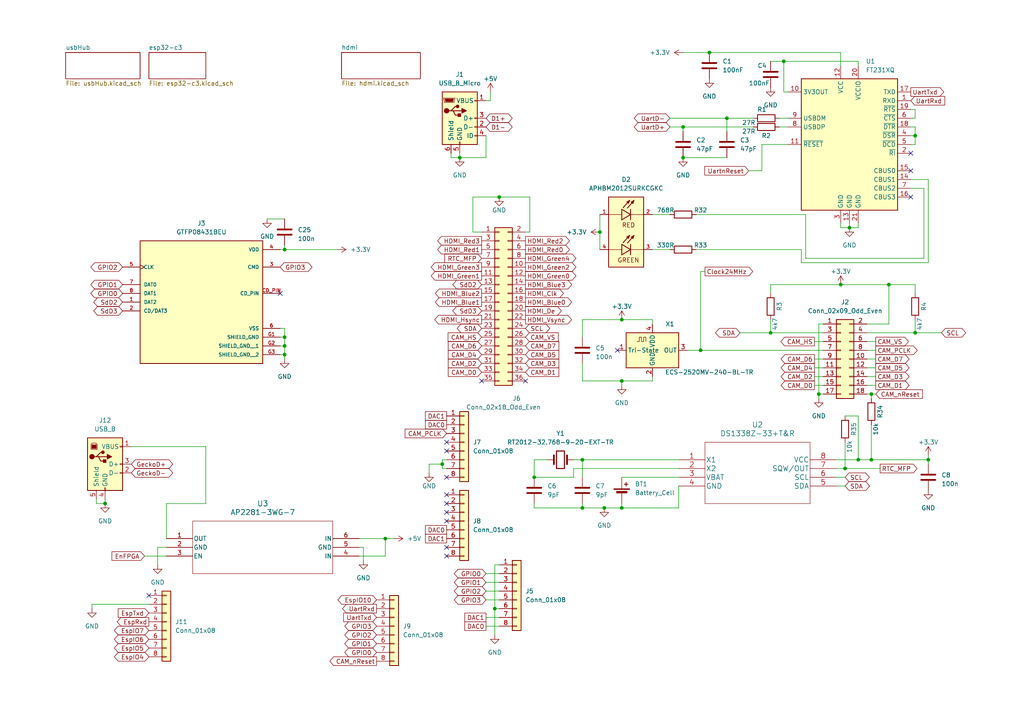
<source format=kicad_sch>
(kicad_sch (version 20230121) (generator eeschema)
  (paper "A4")
  (lib_symbols
    (symbol "Connector:USB_B" (pin_names (offset 1.016))
      (property "Reference" "J" (at -5.08 11.43 0))
      (property "Value" "USB_B" (at -5.08 8.89 0))
      (symbol "USB_B_1_1"
        (pin power_out line (at 7.62 5.08 180) (length 2.54) (name "VBUS") (number "1"))
        (pin bidirectional line (at 7.62 -2.54 180) (length 2.54) (name "D-") (number "2"))
        (pin bidirectional line (at 7.62 0 180) (length 2.54) (name "D+") (number "3"))
        (pin power_out line (at 0 -10.16 90) (length 2.54) (name "GND") (number "4"))
        (pin passive line (at -2.54 -10.16 90) (length 2.54) (name "Shield") (number "5"))
      )
    )
    (symbol "Connector:USB_B_Micro" (pin_names (offset 1.016))
      (property "Reference" "J" (at -5.08 11.43 0))
      (property "Value" "USB_B_Micro" (at -5.08 8.89 0))
      (symbol "USB_B_Micro_1_1"
        (pin power_out line (at 7.62 5.08 180) (length 2.54) (name "VBUS") (number "1"))
        (pin bidirectional line (at 7.62 -2.54 180) (length 2.54) (name "D-") (number "2"))
        (pin bidirectional line (at 7.62 0 180) (length 2.54) (name "D+") (number "3"))
        (pin passive line (at 7.62 -5.08 180) (length 2.54) (name "ID") (number "4"))
        (pin power_out line (at 0 -10.16 90) (length 2.54) (name "GND") (number "5"))
        (pin passive line (at -2.54 -10.16 90) (length 2.54) (name "Shield") (number "6"))
      )
    )
    (symbol "Connector_Generic:Conn_01x08" (pin_names (offset 1.016) hide)
      (property "Reference" "J" (at 0 10.16 0))
      (property "Value" "Conn_01x08" (at 0 -12.7 0))
      (symbol "Conn_01x08_1_1"
        (pin passive line (at -5.08 7.62 0) (length 3.81) (name "Pin_1") (number "1"))
        (pin passive line (at -5.08 5.08 0) (length 3.81) (name "Pin_2") (number "2"))
        (pin passive line (at -5.08 2.54 0) (length 3.81) (name "Pin_3") (number "3"))
        (pin passive line (at -5.08 0 0) (length 3.81) (name "Pin_4") (number "4"))
        (pin passive line (at -5.08 -2.54 0) (length 3.81) (name "Pin_5") (number "5"))
        (pin passive line (at -5.08 -5.08 0) (length 3.81) (name "Pin_6") (number "6"))
        (pin passive line (at -5.08 -7.62 0) (length 3.81) (name "Pin_7") (number "7"))
        (pin passive line (at -5.08 -10.16 0) (length 3.81) (name "Pin_8") (number "8"))
      )
    )
    (symbol "Connector_Generic:Conn_02x09_Odd_Even" (pin_names (offset 1.016) hide)
      (property "Reference" "J" (at 1.27 12.7 0))
      (property "Value" "Conn_02x09_Odd_Even" (at 1.27 -12.7 0))
      (symbol "Conn_02x09_Odd_Even_1_1"
        (pin passive line (at -5.08 10.16 0) (length 3.81) (name "Pin_1") (number "1"))
        (pin passive line (at 7.62 0 180) (length 3.81) (name "Pin_10") (number "10"))
        (pin passive line (at -5.08 -2.54 0) (length 3.81) (name "Pin_11") (number "11"))
        (pin passive line (at 7.62 -2.54 180) (length 3.81) (name "Pin_12") (number "12"))
        (pin passive line (at -5.08 -5.08 0) (length 3.81) (name "Pin_13") (number "13"))
        (pin passive line (at 7.62 -5.08 180) (length 3.81) (name "Pin_14") (number "14"))
        (pin passive line (at -5.08 -7.62 0) (length 3.81) (name "Pin_15") (number "15"))
        (pin passive line (at 7.62 -7.62 180) (length 3.81) (name "Pin_16") (number "16"))
        (pin passive line (at -5.08 -10.16 0) (length 3.81) (name "Pin_17") (number "17"))
        (pin passive line (at 7.62 -10.16 180) (length 3.81) (name "Pin_18") (number "18"))
        (pin passive line (at 7.62 10.16 180) (length 3.81) (name "Pin_2") (number "2"))
        (pin passive line (at -5.08 7.62 0) (length 3.81) (name "Pin_3") (number "3"))
        (pin passive line (at 7.62 7.62 180) (length 3.81) (name "Pin_4") (number "4"))
        (pin passive line (at -5.08 5.08 0) (length 3.81) (name "Pin_5") (number "5"))
        (pin passive line (at 7.62 5.08 180) (length 3.81) (name "Pin_6") (number "6"))
        (pin passive line (at -5.08 2.54 0) (length 3.81) (name "Pin_7") (number "7"))
        (pin passive line (at 7.62 2.54 180) (length 3.81) (name "Pin_8") (number "8"))
        (pin passive line (at -5.08 0 0) (length 3.81) (name "Pin_9") (number "9"))
      )
    )
    (symbol "Connector_Generic:Conn_02x18_Odd_Even" (pin_names (offset 1.016) hide)
      (property "Reference" "J" (at 1.27 22.86 0))
      (property "Value" "Conn_02x18_Odd_Even" (at 1.27 -25.4 0))
      (symbol "Conn_02x18_Odd_Even_1_1"
        (pin passive line (at -5.08 20.32 0) (length 3.81) (name "Pin_1") (number "1"))
        (pin passive line (at 7.62 10.16 180) (length 3.81) (name "Pin_10") (number "10"))
        (pin passive line (at -5.08 7.62 0) (length 3.81) (name "Pin_11") (number "11"))
        (pin passive line (at 7.62 7.62 180) (length 3.81) (name "Pin_12") (number "12"))
        (pin passive line (at -5.08 5.08 0) (length 3.81) (name "Pin_13") (number "13"))
        (pin passive line (at 7.62 5.08 180) (length 3.81) (name "Pin_14") (number "14"))
        (pin passive line (at -5.08 2.54 0) (length 3.81) (name "Pin_15") (number "15"))
        (pin passive line (at 7.62 2.54 180) (length 3.81) (name "Pin_16") (number "16"))
        (pin passive line (at -5.08 0 0) (length 3.81) (name "Pin_17") (number "17"))
        (pin passive line (at 7.62 0 180) (length 3.81) (name "Pin_18") (number "18"))
        (pin passive line (at -5.08 -2.54 0) (length 3.81) (name "Pin_19") (number "19"))
        (pin passive line (at 7.62 20.32 180) (length 3.81) (name "Pin_2") (number "2"))
        (pin passive line (at 7.62 -2.54 180) (length 3.81) (name "Pin_20") (number "20"))
        (pin passive line (at -5.08 -5.08 0) (length 3.81) (name "Pin_21") (number "21"))
        (pin passive line (at 7.62 -5.08 180) (length 3.81) (name "Pin_22") (number "22"))
        (pin passive line (at -5.08 -7.62 0) (length 3.81) (name "Pin_23") (number "23"))
        (pin passive line (at 7.62 -7.62 180) (length 3.81) (name "Pin_24") (number "24"))
        (pin passive line (at -5.08 -10.16 0) (length 3.81) (name "Pin_25") (number "25"))
        (pin passive line (at 7.62 -10.16 180) (length 3.81) (name "Pin_26") (number "26"))
        (pin passive line (at -5.08 -12.7 0) (length 3.81) (name "Pin_27") (number "27"))
        (pin passive line (at 7.62 -12.7 180) (length 3.81) (name "Pin_28") (number "28"))
        (pin passive line (at -5.08 -15.24 0) (length 3.81) (name "Pin_29") (number "29"))
        (pin passive line (at -5.08 17.78 0) (length 3.81) (name "Pin_3") (number "3"))
        (pin passive line (at 7.62 -15.24 180) (length 3.81) (name "Pin_30") (number "30"))
        (pin passive line (at -5.08 -17.78 0) (length 3.81) (name "Pin_31") (number "31"))
        (pin passive line (at 7.62 -17.78 180) (length 3.81) (name "Pin_32") (number "32"))
        (pin passive line (at -5.08 -20.32 0) (length 3.81) (name "Pin_33") (number "33"))
        (pin passive line (at 7.62 -20.32 180) (length 3.81) (name "Pin_34") (number "34"))
        (pin passive line (at -5.08 -22.86 0) (length 3.81) (name "Pin_35") (number "35"))
        (pin passive line (at 7.62 -22.86 180) (length 3.81) (name "Pin_36") (number "36"))
        (pin passive line (at 7.62 17.78 180) (length 3.81) (name "Pin_4") (number "4"))
        (pin passive line (at -5.08 15.24 0) (length 3.81) (name "Pin_5") (number "5"))
        (pin passive line (at 7.62 15.24 180) (length 3.81) (name "Pin_6") (number "6"))
        (pin passive line (at -5.08 12.7 0) (length 3.81) (name "Pin_7") (number "7"))
        (pin passive line (at 7.62 12.7 180) (length 3.81) (name "Pin_8") (number "8"))
        (pin passive line (at -5.08 10.16 0) (length 3.81) (name "Pin_9") (number "9"))
      )
    )
    (symbol "Device:Battery_Cell" (pin_numbers hide) (pin_names (offset 0) hide)
      (property "Reference" "BT" (at 2.54 2.54 0))
      (property "Value" "Battery_Cell" (at 2.54 0 0))
      (symbol "Battery_Cell_1_1"
        (pin passive line (at 0 5.08 270) (length 2.54) (name "+") (number "1"))
        (pin passive line (at 0 -2.54 90) (length 2.54) (name "-") (number "2"))
      )
    )
    (symbol "Device:C" (pin_numbers hide) (pin_names (offset 0.254))
      (property "Reference" "C" (at 0.635 2.54 0))
      (property "Value" "C" (at 0.635 -2.54 0))
      (symbol "C_1_1"
        (pin passive line (at 0 3.81 270) (length 2.794) (name "~") (number "1"))
        (pin passive line (at 0 -3.81 90) (length 2.794) (name "~") (number "2"))
      )
    )
    (symbol "Device:Crystal" (pin_numbers hide) (pin_names (offset 1.016) hide)
      (property "Reference" "Y" (at 0 3.81 0))
      (property "Value" "Crystal" (at 0 -3.81 0))
      (symbol "Crystal_1_1"
        (pin passive line (at -3.81 0 0) (length 1.27) (name "1") (number "1"))
        (pin passive line (at 3.81 0 180) (length 1.27) (name "2") (number "2"))
      )
    )
    (symbol "Device:R" (pin_numbers hide) (pin_names (offset 0))
      (property "Reference" "R" (at 2.032 0 90))
      (property "Value" "R" (at 0 0 90))
      (symbol "R_1_1"
        (pin passive line (at 0 3.81 270) (length 1.27) (name "~") (number "1"))
        (pin passive line (at 0 -3.81 90) (length 1.27) (name "~") (number "2"))
      )
    )
    (symbol "Interface_USB:FT231XQ"
      (property "Reference" "U" (at -13.97 20.32 0))
      (property "Value" "FT231XQ" (at 6.35 20.32 0))
      (symbol "FT231XQ_1_1"
        (pin input line (at 17.78 12.7 180) (length 3.81) (name "RXD") (number "1"))
        (pin power_out line (at -17.78 15.24 0) (length 3.81) (name "3V3OUT") (number "10"))
        (pin input line (at -17.78 0 0) (length 3.81) (name "~{RESET}") (number "11"))
        (pin power_in line (at -2.54 22.86 270) (length 3.81) (name "VCC") (number "12"))
        (pin power_in line (at 0 -22.86 90) (length 3.81) (name "GND") (number "13"))
        (pin bidirectional line (at 17.78 -10.16 180) (length 3.81) (name "CBUS1") (number "14"))
        (pin bidirectional line (at 17.78 -7.62 180) (length 3.81) (name "CBUS0") (number "15"))
        (pin bidirectional line (at 17.78 -15.24 180) (length 3.81) (name "CBUS3") (number "16"))
        (pin output line (at 17.78 15.24 180) (length 3.81) (name "TXD") (number "17"))
        (pin output line (at 17.78 5.08 180) (length 3.81) (name "~{DTR}") (number "18"))
        (pin output line (at 17.78 10.16 180) (length 3.81) (name "~{RTS}") (number "19"))
        (pin input line (at 17.78 -2.54 180) (length 3.81) (name "~{RI}") (number "2"))
        (pin power_in line (at 2.54 22.86 270) (length 3.81) (name "VCCIO") (number "20"))
        (pin power_in line (at 2.54 -22.86 90) (length 3.81) (name "GND") (number "21"))
        (pin power_in line (at -2.54 -22.86 90) (length 3.81) (name "GND") (number "3"))
        (pin input line (at 17.78 2.54 180) (length 3.81) (name "~{DSR}") (number "4"))
        (pin input line (at 17.78 0 180) (length 3.81) (name "~{DCD}") (number "5"))
        (pin input line (at 17.78 7.62 180) (length 3.81) (name "~{CTS}") (number "6"))
        (pin bidirectional line (at 17.78 -12.7 180) (length 3.81) (name "CBUS2") (number "7"))
        (pin bidirectional line (at -17.78 5.08 0) (length 3.81) (name "USBDP") (number "8"))
        (pin bidirectional line (at -17.78 7.62 0) (length 3.81) (name "USBDM") (number "9"))
      )
    )
    (symbol "Oscillator:ECS-2520MV-xxx-xx"
      (property "Reference" "X" (at -5.08 6.35 0))
      (property "Value" "ECS-2520MV-xxx-xx" (at 1.27 -6.35 0))
      (symbol "ECS-2520MV-xxx-xx_1_1"
        (pin input line (at -10.16 0 0) (length 2.54) (name "Tri-State") (number "1"))
        (pin power_in line (at 0 -7.62 90) (length 2.54) (name "GND") (number "2"))
        (pin output line (at 10.16 0 180) (length 2.54) (name "OUT") (number "3"))
        (pin power_in line (at 0 7.62 270) (length 2.54) (name "VDD") (number "4"))
      )
    )
    (symbol "addOnTemplate:APHBM2012SURKCGKC" (pin_names (offset 1.016))
      (property "Reference" "D" (at -5.08 10.922 0))
      (property "Value" "APHBM2012SURKCGKC" (at -5.08 -12.7 0))
      (symbol "APHBM2012SURKCGKC_0_0"
        (text "GREEN" (at -2.54 -8.89 0) (effects (font (size 1.27 1.27)) (justify left bottom)))
        (text "RED" (at -1.27 1.27 0) (effects (font (size 1.27 1.27)) (justify left bottom)))
        (pin passive line (at -7.62 5.08 0) (length 2.54) (name "~") (number "1"))
        (pin passive line (at 7.62 5.08 180) (length 2.54) (name "~") (number "2"))
        (pin passive line (at 7.62 -5.08 180) (length 2.54) (name "~") (number "3"))
        (pin passive line (at -7.62 -5.08 0) (length 2.54) (name "~") (number "4"))
      )
    )
    (symbol "addOnTemplate:DS1338Z-33+T&R" (pin_names (offset 0.254))
      (property "Reference" "U" (at 22.86 10.16 0))
      (property "Value" "DS1338Z-33+T&R" (at 22.86 7.62 0))
      (symbol "DS1338Z-33+T&R_1_1"
        (pin unspecified line (at 0 0 0) (length 7.62) (name "X1") (number "1"))
        (pin unspecified line (at 0 -2.54 0) (length 7.62) (name "X2") (number "2"))
        (pin power_in line (at 0 -5.08 0) (length 7.62) (name "VBAT") (number "3"))
        (pin power_in line (at 0 -7.62 0) (length 7.62) (name "GND") (number "4"))
        (pin bidirectional line (at 45.72 -7.62 180) (length 7.62) (name "SDA") (number "5"))
        (pin input line (at 45.72 -5.08 180) (length 7.62) (name "SCL") (number "6"))
        (pin output line (at 45.72 -2.54 180) (length 7.62) (name "SQW/OUT") (number "7"))
        (pin power_in line (at 45.72 0 180) (length 7.62) (name "VCC") (number "8"))
      )
    )
    (symbol "cpuAddOn:AP2281-3WG-7" (pin_names (offset 0.254))
      (property "Reference" "U" (at 27.94 10.16 0))
      (property "Value" "AP2281-3WG-7" (at 27.94 7.62 0))
      (symbol "AP2281-3WG-7_0_1"
        (pin output line (at 0 0 0) (length 7.62) (name "OUT") (number "1"))
        (pin power_in line (at 0 -2.54 0) (length 7.62) (name "GND") (number "2"))
        (pin input line (at 0 -5.08 0) (length 7.62) (name "EN") (number "3"))
        (pin input line (at 55.88 -5.08 180) (length 7.62) (name "IN") (number "4"))
        (pin power_in line (at 55.88 -2.54 180) (length 7.62) (name "GND") (number "5"))
        (pin input line (at 55.88 0 180) (length 7.62) (name "IN") (number "6"))
      )
    )
    (symbol "cpuAddOn:GTFP08431BEU" (pin_names (offset 1.016))
      (property "Reference" "J" (at -17.78 16.002 0))
      (property "Value" "GTFP08431BEU" (at -17.78 -22.86 0))
      (symbol "GTFP08431BEU_0_0"
        (pin bidirectional line (at -22.86 -2.54 0) (length 5.08) (name "DAT2") (number "1"))
        (pin bidirectional line (at -22.86 -5.08 0) (length 5.08) (name "CD/DAT3") (number "2"))
        (pin bidirectional line (at 22.86 7.62 180) (length 5.08) (name "CMD") (number "3"))
        (pin power_in line (at 22.86 12.7 180) (length 5.08) (name "VDD") (number "4"))
        (pin bidirectional clock (at -22.86 7.62 0) (length 5.08) (name "CLK") (number "5"))
        (pin power_in line (at 22.86 -10.16 180) (length 5.08) (name "VSS") (number "6"))
        (pin bidirectional line (at -22.86 2.54 0) (length 5.08) (name "DAT0") (number "7"))
        (pin bidirectional line (at -22.86 0 0) (length 5.08) (name "DAT1") (number "8"))
        (pin bidirectional line (at 22.86 0 180) (length 5.08) (name "CD_PIN") (number "CD_PIN"))
        (pin power_in line (at 22.86 -12.7 180) (length 5.08) (name "SHIELD_GND") (number "G1"))
        (pin power_in line (at 22.86 -15.24 180) (length 5.08) (name "SHIELD_GND__1") (number "G2"))
        (pin power_in line (at 22.86 -17.78 180) (length 5.08) (name "SHIELD_GND__2") (number "G3"))
      )
    )
    (symbol "power:+3.3V" (power) (pin_names (offset 0))
      (property "Value" "+3.3V" (at 0 3.556 0))
      (symbol "+3.3V_1_1"
        (pin power_in line (at 0 0 90) (length 0) hide (name "+3.3V") (number "1"))
      )
    )
    (symbol "power:+5V" (power) (pin_names (offset 0))
      (property "Value" "+5V" (at 0 3.556 0))
      (symbol "+5V_1_1"
        (pin power_in line (at 0 0 90) (length 0) hide (name "+5V") (number "1"))
      )
    )
    (symbol "power:GND" (power) (pin_names (offset 0))
      (property "Value" "GND" (at 0 -3.81 0))
      (symbol "GND_1_1"
        (pin power_in line (at 0 0 270) (length 0) hide (name "GND") (number "1"))
      )
    )
  )
  (junction (at 175.26 147.32))
  (junction (at 237.49 114.3))
  (junction (at 82.55 97.79))
  (junction (at 205.74 15.24))
  (junction (at 30.48 146.05))
  (junction (at 180.34 92.71))
  (junction (at 128.27 134.62))
  (junction (at 111.76 156.21))
  (junction (at 154.94 138.43))
  (junction (at 257.81 82.55))
  (junction (at 144.78 57.15))
  (junction (at 265.43 96.52))
  (junction (at 143.51 176.53))
  (junction (at 210.82 34.29))
  (junction (at 168.91 133.35))
  (junction (at 198.12 45.72))
  (junction (at 173.99 67.31))
  (junction (at 223.52 96.52))
  (junction (at 252.73 133.35))
  (junction (at 227.33 17.78))
  (junction (at 243.84 82.55))
  (junction (at 180.34 147.32))
  (junction (at 180.34 110.49))
  (junction (at 265.43 39.37))
  (junction (at 246.38 66.04))
  (junction (at 82.55 100.33))
  (junction (at 248.92 133.35))
  (junction (at 203.2 101.6))
  (junction (at 168.91 147.32))
  (junction (at 245.11 135.89))
  (junction (at 252.73 114.3))
  (junction (at 82.55 72.39))
  (junction (at 133.35 45.72))
  (junction (at 198.12 36.83))
  (junction (at 82.55 102.87))
  (junction (at 269.24 133.35))
  (no_connect (at 264.16 49.53))
  (no_connect (at 152.4 110.49))
  (no_connect (at 129.54 128.27))
  (no_connect (at 264.16 44.45))
  (no_connect (at 129.54 148.59))
  (no_connect (at 179.07 101.6))
  (no_connect (at 129.54 130.81))
  (no_connect (at 81.28 85.09))
  (no_connect (at 264.16 57.15))
  (no_connect (at 129.54 158.75))
  (no_connect (at 129.54 146.05))
  (no_connect (at 129.54 151.13))
  (no_connect (at 129.54 143.51))
  (no_connect (at 43.18 172.72))
  (no_connect (at 129.54 161.29))
  (no_connect (at 139.7 110.49))
  (no_connect (at 129.54 138.43))
  (wire (pts (xy 204.47 78.74) (xy 203.2 78.74)))
  (wire (pts (xy 227.33 17.78) (xy 227.33 26.67)))
  (wire (pts (xy 264.16 41.91) (xy 265.43 41.91)))
  (wire (pts (xy 269.24 52.07) (xy 264.16 52.07)))
  (wire (pts (xy 194.31 34.29) (xy 210.82 34.29)))
  (wire (pts (xy 194.31 36.83) (xy 198.12 36.83)))
  (wire (pts (xy 189.23 62.23) (xy 194.31 62.23)))
  (wire (pts (xy 180.34 146.05) (xy 180.34 147.32)))
  (wire (pts (xy 82.55 71.12) (xy 82.55 72.39)))
  (wire (pts (xy 124.46 134.62) (xy 124.46 137.16)))
  (wire (pts (xy 140.97 166.37) (xy 144.78 166.37)))
  (wire (pts (xy 48.26 146.05) (xy 59.69 146.05)))
  (wire (pts (xy 166.37 138.43) (xy 154.94 138.43)))
  (wire (pts (xy 243.84 64.77) (xy 243.84 66.04)))
  (wire (pts (xy 128.27 134.62) (xy 128.27 135.89)))
  (wire (pts (xy 242.57 138.43) (xy 245.11 138.43)))
  (wire (pts (xy 251.46 106.68) (xy 254 106.68)))
  (wire (pts (xy 82.55 72.39) (xy 97.79 72.39)))
  (wire (pts (xy 237.49 114.3) (xy 237.49 115.57)))
  (wire (pts (xy 173.99 62.23) (xy 173.99 67.31)))
  (wire (pts (xy 252.73 133.35) (xy 269.24 133.35)))
  (wire (pts (xy 198.12 36.83) (xy 218.44 36.83)))
  (wire (pts (xy 140.97 173.99) (xy 144.78 173.99)))
  (wire (pts (xy 140.97 179.07) (xy 144.78 179.07)))
  (wire (pts (xy 220.98 49.53) (xy 217.17 49.53)))
  (wire (pts (xy 237.49 114.3) (xy 238.76 114.3)))
  (wire (pts (xy 81.28 72.39) (xy 82.55 72.39)))
  (wire (pts (xy 210.82 34.29) (xy 210.82 38.1)))
  (wire (pts (xy 265.43 31.75) (xy 265.43 34.29)))
  (wire (pts (xy 198.12 15.24) (xy 205.74 15.24)))
  (wire (pts (xy 246.38 64.77) (xy 246.38 66.04)))
  (wire (pts (xy 30.48 144.78) (xy 30.48 146.05)))
  (wire (pts (xy 143.51 176.53) (xy 143.51 184.15)))
  (wire (pts (xy 166.37 135.89) (xy 196.85 135.89)))
  (wire (pts (xy 265.43 39.37) (xy 265.43 41.91)))
  (wire (pts (xy 48.26 156.21) (xy 48.26 146.05)))
  (wire (pts (xy 168.91 133.35) (xy 168.91 138.43)))
  (wire (pts (xy 223.52 92.71) (xy 223.52 96.52)))
  (wire (pts (xy 201.93 62.23) (xy 233.68 62.23)))
  (wire (pts (xy 153.67 57.15) (xy 153.67 67.31)))
  (wire (pts (xy 201.93 72.39) (xy 232.41 72.39)))
  (wire (pts (xy 111.76 156.21) (xy 114.3 156.21)))
  (wire (pts (xy 267.97 54.61) (xy 264.16 54.61)))
  (wire (pts (xy 223.52 17.78) (xy 227.33 17.78)))
  (wire (pts (xy 81.28 97.79) (xy 82.55 97.79)))
  (wire (pts (xy 210.82 34.29) (xy 218.44 34.29)))
  (wire (pts (xy 143.51 176.53) (xy 144.78 176.53)))
  (wire (pts (xy 104.14 156.21) (xy 111.76 156.21)))
  (wire (pts (xy 27.94 146.05) (xy 30.48 146.05)))
  (wire (pts (xy 251.46 101.6) (xy 254 101.6)))
  (wire (pts (xy 242.57 133.35) (xy 248.92 133.35)))
  (wire (pts (xy 154.94 147.32) (xy 168.91 147.32)))
  (wire (pts (xy 140.97 181.61) (xy 144.78 181.61)))
  (wire (pts (xy 104.14 161.29) (xy 111.76 161.29)))
  (wire (pts (xy 248.92 17.78) (xy 227.33 17.78)))
  (wire (pts (xy 246.38 66.04) (xy 248.92 66.04)))
  (wire (pts (xy 242.57 140.97) (xy 245.11 140.97)))
  (wire (pts (xy 233.68 74.93) (xy 267.97 74.93)))
  (wire (pts (xy 238.76 93.98) (xy 237.49 93.98)))
  (wire (pts (xy 180.34 138.43) (xy 196.85 138.43)))
  (wire (pts (xy 111.76 161.29) (xy 111.76 156.21)))
  (wire (pts (xy 226.06 34.29) (xy 228.6 34.29)))
  (wire (pts (xy 82.55 97.79) (xy 82.55 100.33)))
  (wire (pts (xy 59.69 146.05) (xy 59.69 129.54)))
  (wire (pts (xy 189.23 109.22) (xy 189.23 110.49)))
  (wire (pts (xy 243.84 15.24) (xy 243.84 19.05)))
  (wire (pts (xy 82.55 95.25) (xy 82.55 97.79)))
  (wire (pts (xy 226.06 36.83) (xy 228.6 36.83)))
  (wire (pts (xy 59.69 129.54) (xy 38.1 129.54)))
  (wire (pts (xy 251.46 109.22) (xy 254 109.22)))
  (wire (pts (xy 130.81 45.72) (xy 133.35 45.72)))
  (wire (pts (xy 205.74 15.24) (xy 243.84 15.24)))
  (wire (pts (xy 41.91 161.29) (xy 48.26 161.29)))
  (wire (pts (xy 27.94 144.78) (xy 27.94 146.05)))
  (wire (pts (xy 168.91 147.32) (xy 175.26 147.32)))
  (wire (pts (xy 251.46 96.52) (xy 265.43 96.52)))
  (wire (pts (xy 142.24 26.67) (xy 142.24 29.21)))
  (wire (pts (xy 81.28 95.25) (xy 82.55 95.25)))
  (wire (pts (xy 133.35 44.45) (xy 133.35 45.72)))
  (wire (pts (xy 252.73 114.3) (xy 252.73 115.57)))
  (wire (pts (xy 198.12 36.83) (xy 198.12 38.1)))
  (wire (pts (xy 269.24 133.35) (xy 269.24 132.08)))
  (wire (pts (xy 223.52 96.52) (xy 238.76 96.52)))
  (wire (pts (xy 245.11 128.27) (xy 245.11 135.89)))
  (wire (pts (xy 166.37 135.89) (xy 166.37 138.43)))
  (wire (pts (xy 236.22 109.22) (xy 238.76 109.22)))
  (wire (pts (xy 168.91 92.71) (xy 168.91 97.79)))
  (wire (pts (xy 81.28 100.33) (xy 82.55 100.33)))
  (wire (pts (xy 128.27 133.35) (xy 128.27 134.62)))
  (wire (pts (xy 251.46 104.14) (xy 254 104.14)))
  (wire (pts (xy 251.46 111.76) (xy 254 111.76)))
  (wire (pts (xy 180.34 110.49) (xy 168.91 110.49)))
  (wire (pts (xy 248.92 19.05) (xy 248.92 17.78)))
  (wire (pts (xy 168.91 146.05) (xy 168.91 147.32)))
  (wire (pts (xy 140.97 39.37) (xy 140.97 45.72)))
  (wire (pts (xy 264.16 31.75) (xy 265.43 31.75)))
  (wire (pts (xy 48.26 158.75) (xy 45.72 158.75)))
  (wire (pts (xy 189.23 110.49) (xy 180.34 110.49)))
  (wire (pts (xy 248.92 64.77) (xy 248.92 66.04)))
  (wire (pts (xy 26.67 175.26) (xy 26.67 176.53)))
  (wire (pts (xy 243.84 66.04) (xy 246.38 66.04)))
  (wire (pts (xy 130.81 44.45) (xy 130.81 45.72)))
  (wire (pts (xy 251.46 114.3) (xy 252.73 114.3)))
  (wire (pts (xy 189.23 92.71) (xy 180.34 92.71)))
  (wire (pts (xy 45.72 158.75) (xy 45.72 163.83)))
  (wire (pts (xy 133.35 45.72) (xy 140.97 45.72)))
  (wire (pts (xy 180.34 110.49) (xy 180.34 111.76)))
  (wire (pts (xy 265.43 36.83) (xy 265.43 39.37)))
  (wire (pts (xy 267.97 74.93) (xy 267.97 54.61)))
  (wire (pts (xy 252.73 114.3) (xy 254 114.3)))
  (wire (pts (xy 173.99 67.31) (xy 173.99 72.39)))
  (wire (pts (xy 166.37 133.35) (xy 168.91 133.35)))
  (wire (pts (xy 140.97 171.45) (xy 144.78 171.45)))
  (wire (pts (xy 189.23 72.39) (xy 194.31 72.39)))
  (wire (pts (xy 233.68 62.23) (xy 233.68 74.93)))
  (wire (pts (xy 129.54 133.35) (xy 128.27 133.35)))
  (wire (pts (xy 154.94 146.05) (xy 154.94 147.32)))
  (wire (pts (xy 257.81 93.98) (xy 251.46 93.98)))
  (wire (pts (xy 252.73 123.19) (xy 252.73 133.35)))
  (wire (pts (xy 82.55 100.33) (xy 82.55 102.87)))
  (wire (pts (xy 243.84 82.55) (xy 223.52 82.55)))
  (wire (pts (xy 264.16 39.37) (xy 265.43 39.37)))
  (wire (pts (xy 139.7 67.31) (xy 137.16 67.31)))
  (wire (pts (xy 269.24 76.2) (xy 269.24 52.07)))
  (wire (pts (xy 137.16 57.15) (xy 144.78 57.15)))
  (wire (pts (xy 227.33 26.67) (xy 228.6 26.67)))
  (wire (pts (xy 251.46 99.06) (xy 254 99.06)))
  (wire (pts (xy 232.41 72.39) (xy 232.41 76.2)))
  (wire (pts (xy 82.55 102.87) (xy 82.55 104.14)))
  (wire (pts (xy 257.81 82.55) (xy 257.81 93.98)))
  (wire (pts (xy 124.46 134.62) (xy 128.27 134.62)))
  (wire (pts (xy 203.2 101.6) (xy 238.76 101.6)))
  (wire (pts (xy 180.34 147.32) (xy 196.85 147.32)))
  (wire (pts (xy 203.2 78.74) (xy 203.2 101.6)))
  (wire (pts (xy 105.41 158.75) (xy 105.41 162.56)))
  (wire (pts (xy 245.11 135.89) (xy 255.27 135.89)))
  (wire (pts (xy 128.27 135.89) (xy 129.54 135.89)))
  (wire (pts (xy 237.49 93.98) (xy 237.49 114.3)))
  (wire (pts (xy 43.18 175.26) (xy 26.67 175.26)))
  (wire (pts (xy 140.97 29.21) (xy 142.24 29.21)))
  (wire (pts (xy 168.91 110.49) (xy 168.91 105.41)))
  (wire (pts (xy 168.91 133.35) (xy 196.85 133.35)))
  (wire (pts (xy 223.52 82.55) (xy 223.52 85.09)))
  (wire (pts (xy 189.23 93.98) (xy 189.23 92.71)))
  (wire (pts (xy 154.94 133.35) (xy 154.94 138.43)))
  (wire (pts (xy 220.98 41.91) (xy 228.6 41.91)))
  (wire (pts (xy 236.22 104.14) (xy 238.76 104.14)))
  (wire (pts (xy 180.34 92.71) (xy 168.91 92.71)))
  (wire (pts (xy 264.16 34.29) (xy 265.43 34.29)))
  (wire (pts (xy 144.78 163.83) (xy 143.51 163.83)))
  (wire (pts (xy 232.41 76.2) (xy 269.24 76.2)))
  (wire (pts (xy 265.43 92.71) (xy 265.43 96.52)))
  (wire (pts (xy 248.92 120.65) (xy 248.92 133.35)))
  (wire (pts (xy 269.24 133.35) (xy 269.24 134.62)))
  (wire (pts (xy 81.28 102.87) (xy 82.55 102.87)))
  (wire (pts (xy 140.97 168.91) (xy 144.78 168.91)))
  (wire (pts (xy 210.82 45.72) (xy 198.12 45.72)))
  (wire (pts (xy 158.75 133.35) (xy 154.94 133.35)))
  (wire (pts (xy 265.43 85.09) (xy 265.43 82.55)))
  (wire (pts (xy 137.16 67.31) (xy 137.16 57.15)))
  (wire (pts (xy 264.16 36.83) (xy 265.43 36.83)))
  (wire (pts (xy 214.63 96.52) (xy 223.52 96.52)))
  (wire (pts (xy 77.47 63.5) (xy 82.55 63.5)))
  (wire (pts (xy 196.85 140.97) (xy 196.85 147.32)))
  (wire (pts (xy 153.67 67.31) (xy 152.4 67.31)))
  (wire (pts (xy 242.57 135.89) (xy 245.11 135.89)))
  (wire (pts (xy 265.43 82.55) (xy 257.81 82.55)))
  (wire (pts (xy 245.11 120.65) (xy 248.92 120.65)))
  (wire (pts (xy 220.98 41.91) (xy 220.98 49.53)))
  (wire (pts (xy 175.26 147.32) (xy 180.34 147.32)))
  (wire (pts (xy 104.14 158.75) (xy 105.41 158.75)))
  (wire (pts (xy 144.78 57.15) (xy 153.67 57.15)))
  (wire (pts (xy 248.92 133.35) (xy 252.73 133.35)))
  (wire (pts (xy 236.22 111.76) (xy 238.76 111.76)))
  (wire (pts (xy 199.39 101.6) (xy 203.2 101.6)))
  (wire (pts (xy 265.43 96.52) (xy 273.05 96.52)))
  (wire (pts (xy 236.22 106.68) (xy 238.76 106.68)))
  (wire (pts (xy 236.22 99.06) (xy 238.76 99.06)))
  (wire (pts (xy 143.51 163.83) (xy 143.51 176.53)))
  (wire (pts (xy 257.81 82.55) (xy 243.84 82.55)))
  (global_label "SCL" (shape bidirectional) (at 152.4 95.25 0) (property "Intersheetrefs" "${INTERSHEET_REFS}" (effects hide)))
  (global_label "CAM_D2" (shape output) (at 236.22 109.22 180) (property "Intersheetrefs" "${INTERSHEET_REFS}" (effects hide)))
  (global_label "GPIO0" (shape bidirectional) (at 109.22 189.23 180) (property "Intersheetrefs" "${INTERSHEET_REFS}" (effects hide)))
  (global_label "SdD2" (shape bidirectional) (at 139.7 82.55 180) (property "Intersheetrefs" "${INTERSHEET_REFS}" (effects hide)))
  (global_label "UartRxd" (shape output) (at 109.22 176.53 180) (property "Intersheetrefs" "${INTERSHEET_REFS}" (effects hide)))
  (global_label "HDMI_Green0" (shape output) (at 152.4 80.01 0) (property "Intersheetrefs" "${INTERSHEET_REFS}" (effects hide)))
  (global_label "SdD3" (shape bidirectional) (at 35.56 90.17 180) (property "Intersheetrefs" "${INTERSHEET_REFS}" (effects hide)))
  (global_label "HDMI_Blue2" (shape output) (at 139.7 85.09 180) (property "Intersheetrefs" "${INTERSHEET_REFS}" (effects hide)))
  (global_label "GPIO1" (shape bidirectional) (at 109.22 186.69 180) (property "Intersheetrefs" "${INTERSHEET_REFS}" (effects hide)))
  (global_label "CAM_D3" (shape output) (at 254 109.22 0) (property "Intersheetrefs" "${INTERSHEET_REFS}" (effects hide)))
  (global_label "GPIO2" (shape bidirectional) (at 35.56 77.47 180) (property "Intersheetrefs" "${INTERSHEET_REFS}" (effects hide)))
  (global_label "CAM_D5" (shape output) (at 254 106.68 0) (property "Intersheetrefs" "${INTERSHEET_REFS}" (effects hide)))
  (global_label "GPIO2" (shape bidirectional) (at 140.97 171.45 180) (property "Intersheetrefs" "${INTERSHEET_REFS}" (effects hide)))
  (global_label "UartnReset" (shape input) (at 217.17 49.53 180) (property "Intersheetrefs" "${INTERSHEET_REFS}" (effects hide)))
  (global_label "SdD2" (shape bidirectional) (at 35.56 87.63 180) (property "Intersheetrefs" "${INTERSHEET_REFS}" (effects hide)))
  (global_label "EspIO4" (shape bidirectional) (at 43.18 190.5 180) (property "Intersheetrefs" "${INTERSHEET_REFS}" (effects hide)))
  (global_label "HDMI_De" (shape output) (at 152.4 90.17 0) (property "Intersheetrefs" "${INTERSHEET_REFS}" (effects hide)))
  (global_label "CAM_nReset" (shape input) (at 254 114.3 0) (property "Intersheetrefs" "${INTERSHEET_REFS}" (effects hide)))
  (global_label "SDA" (shape bidirectional) (at 214.63 96.52 180) (property "Intersheetrefs" "${INTERSHEET_REFS}" (effects hide)))
  (global_label "DAC0" (shape passive) (at 129.54 123.19 180) (property "Intersheetrefs" "${INTERSHEET_REFS}" (effects hide)))
  (global_label "SDA" (shape bidirectional) (at 139.7 95.25 180) (property "Intersheetrefs" "${INTERSHEET_REFS}" (effects hide)))
  (global_label "CAM_D4" (shape input) (at 139.7 102.87 180) (property "Intersheetrefs" "${INTERSHEET_REFS}" (effects hide)))
  (global_label "GeckoD-" (shape bidirectional) (at 38.1 137.16 0) (property "Intersheetrefs" "${INTERSHEET_REFS}" (effects hide)))
  (global_label "CAM_VS" (shape input) (at 152.4 97.79 0) (property "Intersheetrefs" "${INTERSHEET_REFS}" (effects hide)))
  (global_label "HDMI_Vsync" (shape output) (at 152.4 92.71 0) (property "Intersheetrefs" "${INTERSHEET_REFS}" (effects hide)))
  (global_label "HDMI_Green2" (shape output) (at 152.4 77.47 0) (property "Intersheetrefs" "${INTERSHEET_REFS}" (effects hide)))
  (global_label "HDMI_Green3" (shape output) (at 139.7 77.47 180) (property "Intersheetrefs" "${INTERSHEET_REFS}" (effects hide)))
  (global_label "D1+" (shape bidirectional) (at 140.97 34.29 0) (property "Intersheetrefs" "${INTERSHEET_REFS}" (effects hide)))
  (global_label "GPIO2" (shape bidirectional) (at 109.22 184.15 180) (property "Intersheetrefs" "${INTERSHEET_REFS}" (effects hide)))
  (global_label "GPIO0" (shape bidirectional) (at 35.56 85.09 180) (property "Intersheetrefs" "${INTERSHEET_REFS}" (effects hide)))
  (global_label "HDMI_Clk" (shape output) (at 152.4 85.09 0) (property "Intersheetrefs" "${INTERSHEET_REFS}" (effects hide)))
  (global_label "UartTxd" (shape output) (at 264.16 26.67 0) (property "Intersheetrefs" "${INTERSHEET_REFS}" (effects hide)))
  (global_label "CAM_D5" (shape input) (at 152.4 102.87 0) (property "Intersheetrefs" "${INTERSHEET_REFS}" (effects hide)))
  (global_label "GPIO3" (shape bidirectional) (at 140.97 173.99 180) (property "Intersheetrefs" "${INTERSHEET_REFS}" (effects hide)))
  (global_label "HDMI_Hsync" (shape output) (at 139.7 92.71 180) (property "Intersheetrefs" "${INTERSHEET_REFS}" (effects hide)))
  (global_label "CAM_D2" (shape input) (at 139.7 105.41 180) (property "Intersheetrefs" "${INTERSHEET_REFS}" (effects hide)))
  (global_label "SCL" (shape bidirectional) (at 273.05 96.52 0) (property "Intersheetrefs" "${INTERSHEET_REFS}" (effects hide)))
  (global_label "CAM_D1" (shape output) (at 254 111.76 0) (property "Intersheetrefs" "${INTERSHEET_REFS}" (effects hide)))
  (global_label "EspIO10" (shape bidirectional) (at 109.22 173.99 180) (property "Intersheetrefs" "${INTERSHEET_REFS}" (effects hide)))
  (global_label "GPIO3" (shape bidirectional) (at 109.22 181.61 180) (property "Intersheetrefs" "${INTERSHEET_REFS}" (effects hide)))
  (global_label "GPIO3" (shape bidirectional) (at 81.28 77.47 0) (property "Intersheetrefs" "${INTERSHEET_REFS}" (effects hide)))
  (global_label "CAM_D6" (shape output) (at 236.22 104.14 180) (property "Intersheetrefs" "${INTERSHEET_REFS}" (effects hide)))
  (global_label "HDMI_Blue0" (shape output) (at 152.4 87.63 0) (property "Intersheetrefs" "${INTERSHEET_REFS}" (effects hide)))
  (global_label "SdD3" (shape bidirectional) (at 139.7 90.17 180) (property "Intersheetrefs" "${INTERSHEET_REFS}" (effects hide)))
  (global_label "HDMI_Green1" (shape output) (at 139.7 80.01 180) (property "Intersheetrefs" "${INTERSHEET_REFS}" (effects hide)))
  (global_label "CAM_D3" (shape input) (at 152.4 105.41 0) (property "Intersheetrefs" "${INTERSHEET_REFS}" (effects hide)))
  (global_label "CAM_VS" (shape output) (at 254 99.06 0) (property "Intersheetrefs" "${INTERSHEET_REFS}" (effects hide)))
  (global_label "DAC0" (shape passive) (at 129.54 153.67 180) (property "Intersheetrefs" "${INTERSHEET_REFS}" (effects hide)))
  (global_label "CAM_nReset" (shape output) (at 109.22 191.77 180) (property "Intersheetrefs" "${INTERSHEET_REFS}" (effects hide)))
  (global_label "HDMI_Red3" (shape output) (at 139.7 69.85 180) (property "Intersheetrefs" "${INTERSHEET_REFS}" (effects hide)))
  (global_label "DAC1" (shape passive) (at 129.54 120.65 180) (property "Intersheetrefs" "${INTERSHEET_REFS}" (effects hide)))
  (global_label "CAM_PCLK" (shape input) (at 129.54 125.73 180) (property "Intersheetrefs" "${INTERSHEET_REFS}" (effects hide)))
  (global_label "DAC1" (shape passive) (at 129.54 156.21 180) (property "Intersheetrefs" "${INTERSHEET_REFS}" (effects hide)))
  (global_label "HDMI_Blue1" (shape output) (at 139.7 87.63 180) (property "Intersheetrefs" "${INTERSHEET_REFS}" (effects hide)))
  (global_label "CAM_HS" (shape output) (at 236.22 99.06 180) (property "Intersheetrefs" "${INTERSHEET_REFS}" (effects hide)))
  (global_label "HDMI_Red0" (shape output) (at 152.4 72.39 0) (property "Intersheetrefs" "${INTERSHEET_REFS}" (effects hide)))
  (global_label "GeckoD+" (shape bidirectional) (at 38.1 134.62 0) (property "Intersheetrefs" "${INTERSHEET_REFS}" (effects hide)))
  (global_label "CAM_D4" (shape output) (at 236.22 106.68 180) (property "Intersheetrefs" "${INTERSHEET_REFS}" (effects hide)))
  (global_label "D1-" (shape bidirectional) (at 140.97 36.83 0) (property "Intersheetrefs" "${INTERSHEET_REFS}" (effects hide)))
  (global_label "GPIO1" (shape bidirectional) (at 35.56 82.55 180) (property "Intersheetrefs" "${INTERSHEET_REFS}" (effects hide)))
  (global_label "HDMI_Red1" (shape output) (at 139.7 72.39 180) (property "Intersheetrefs" "${INTERSHEET_REFS}" (effects hide)))
  (global_label "RTC_MFP" (shape output) (at 255.27 135.89 0) (property "Intersheetrefs" "${INTERSHEET_REFS}" (effects hide)))
  (global_label "CAM_D0" (shape input) (at 139.7 107.95 180) (property "Intersheetrefs" "${INTERSHEET_REFS}" (effects hide)))
  (global_label "EspRxd" (shape output) (at 43.18 180.34 180) (property "Intersheetrefs" "${INTERSHEET_REFS}" (effects hide)))
  (global_label "HDMI_Red2" (shape output) (at 152.4 69.85 0) (property "Intersheetrefs" "${INTERSHEET_REFS}" (effects hide)))
  (global_label "UartRxd" (shape input) (at 264.16 29.21 0) (property "Intersheetrefs" "${INTERSHEET_REFS}" (effects hide)))
  (global_label "CAM_D0" (shape output) (at 236.22 111.76 180) (property "Intersheetrefs" "${INTERSHEET_REFS}" (effects hide)))
  (global_label "UartD+" (shape bidirectional) (at 194.31 36.83 180) (property "Intersheetrefs" "${INTERSHEET_REFS}" (effects hide)))
  (global_label "Clock24MHz" (shape output) (at 204.47 78.74 0) (property "Intersheetrefs" "${INTERSHEET_REFS}" (effects hide)))
  (global_label "SDA" (shape bidirectional) (at 245.11 140.97 0) (property "Intersheetrefs" "${INTERSHEET_REFS}" (effects hide)))
  (global_label "CAM_D7" (shape input) (at 152.4 100.33 0) (property "Intersheetrefs" "${INTERSHEET_REFS}" (effects hide)))
  (global_label "CAM_HS" (shape input) (at 139.7 97.79 180) (property "Intersheetrefs" "${INTERSHEET_REFS}" (effects hide)))
  (global_label "CAM_D1" (shape input) (at 152.4 107.95 0) (property "Intersheetrefs" "${INTERSHEET_REFS}" (effects hide)))
  (global_label "UartTxd" (shape input) (at 109.22 179.07 180) (property "Intersheetrefs" "${INTERSHEET_REFS}" (effects hide)))
  (global_label "EspIO6" (shape bidirectional) (at 43.18 185.42 180) (property "Intersheetrefs" "${INTERSHEET_REFS}" (effects hide)))
  (global_label "HDMI_Green4" (shape output) (at 152.4 74.93 0) (property "Intersheetrefs" "${INTERSHEET_REFS}" (effects hide)))
  (global_label "EspTxd" (shape input) (at 43.18 177.8 180) (property "Intersheetrefs" "${INTERSHEET_REFS}" (effects hide)))
  (global_label "DAC0" (shape passive) (at 140.97 181.61 180) (property "Intersheetrefs" "${INTERSHEET_REFS}" (effects hide)))
  (global_label "GPIO0" (shape bidirectional) (at 140.97 166.37 180) (property "Intersheetrefs" "${INTERSHEET_REFS}" (effects hide)))
  (global_label "RTC_MFP" (shape input) (at 139.7 74.93 180) (property "Intersheetrefs" "${INTERSHEET_REFS}" (effects hide)))
  (global_label "HDMI_Blue3" (shape output) (at 152.4 82.55 0) (property "Intersheetrefs" "${INTERSHEET_REFS}" (effects hide)))
  (global_label "SCL" (shape bidirectional) (at 245.11 138.43 0) (property "Intersheetrefs" "${INTERSHEET_REFS}" (effects hide)))
  (global_label "EspIO7" (shape bidirectional) (at 43.18 182.88 180) (property "Intersheetrefs" "${INTERSHEET_REFS}" (effects hide)))
  (global_label "EspIO5" (shape bidirectional) (at 43.18 187.96 180) (property "Intersheetrefs" "${INTERSHEET_REFS}" (effects hide)))
  (global_label "CAM_D6" (shape input) (at 139.7 100.33 180) (property "Intersheetrefs" "${INTERSHEET_REFS}" (effects hide)))
  (global_label "UartD-" (shape bidirectional) (at 194.31 34.29 180) (property "Intersheetrefs" "${INTERSHEET_REFS}" (effects hide)))
  (global_label "DAC1" (shape passive) (at 140.97 179.07 180) (property "Intersheetrefs" "${INTERSHEET_REFS}" (effects hide)))
  (global_label "GPIO1" (shape bidirectional) (at 140.97 168.91 180) (property "Intersheetrefs" "${INTERSHEET_REFS}" (effects hide)))
  (global_label "EnFPGA" (shape input) (at 41.91 161.29 180) (property "Intersheetrefs" "${INTERSHEET_REFS}" (effects hide)))
  (global_label "CAM_PCLK" (shape output) (at 254 101.6 0) (property "Intersheetrefs" "${INTERSHEET_REFS}" (effects hide)))
  (global_label "CAM_D7" (shape output) (at 254 104.14 0) (property "Intersheetrefs" "${INTERSHEET_REFS}" (effects hide)))
  (symbol (lib_id "Device:R") (at 223.52 88.9 180) (unit 1)
    (property "Reference" "R3" (at 226.06 88.9 90))
    (property "Value" "4k7" (at 224.79 93.98 90))
    (property "Footprint" "Resistor_SMD:R_0402_1005Metric" (effects hide))
  )
  (symbol (lib_id "Connector_Generic:Conn_01x08") (at 149.86 171.45 0) (unit 1)
    (property "Reference" "J5" (at 152.4 171.45 0) (effects (justify left)))
    (property "Value" "Conn_01x08" (at 152.4 173.99 0) (effects (justify left)))
    (property "Footprint" "Connector_PinHeader_2.54mm:PinHeader_2x04_P2.54mm_Horizontal" (effects hide))
  )
  (symbol (lib_id "power:GND") (at 205.74 22.86 0) (unit 1)
    (property "Reference" "#PWR02" (effects hide))
    (property "Value" "GND" (at 205.74 27.94 0))
  )
  (symbol (lib_id "power:GND") (at 223.52 25.4 0) (unit 1)
    (property "Reference" "#PWR03" (effects hide))
    (property "Value" "GND" (at 223.52 30.48 0))
  )
  (symbol (lib_id "power:+5V") (at 114.3 156.21 270) (unit 1)
    (property "Reference" "#PWR021" (effects hide))
    (property "Value" "+5V" (at 118.11 156.21 90) (effects (justify left)))
  )
  (symbol (lib_id "power:+3.3V") (at 173.99 67.31 90) (unit 1)
    (property "Reference" "#PWR070" (effects hide))
    (property "Value" "+3.3V" (at 170.18 67.31 90) (effects (justify left)))
  )
  (symbol (lib_id "Oscillator:ECS-2520MV-xxx-xx") (at 189.23 101.6 0) (unit 1)
    (property "Reference" "X1" (at 194.31 93.98 0))
    (property "Value" "ECS-2520MV-240-BL-TR" (at 205.74 107.95 0))
    (property "Footprint" "Oscillator:Oscillator_SMD_ECS_2520MV-xxx-xx-4Pin_2.5x2.0mm" (effects hide))
    (property "Datasheet" "https://www.ecsxtal.com/store/pdf/ECS-2520MV.pdf" (effects hide))
  )
  (symbol (lib_id "Device:R") (at 252.73 119.38 180) (unit 1)
    (property "Reference" "R34" (at 255.27 119.38 90))
    (property "Value" "10k" (at 254 124.46 90))
    (property "Footprint" "Resistor_SMD:R_0402_1005Metric" (effects hide))
  )
  (symbol (lib_id "Connector:USB_B") (at 30.48 134.62 0) (unit 1)
    (property "Reference" "J12" (at 30.48 121.92 0))
    (property "Value" "USB_B" (at 30.48 124.46 0))
    (property "Footprint" "Connector_USB:USB_A_Molex_67643_Horizontal" (effects hide))
    (property "Datasheet" " ~" (effects hide))
  )
  (symbol (lib_id "power:+3.3V") (at 180.34 92.71 0) (unit 1)
    (property "Reference" "#PWR07" (effects hide))
    (property "Value" "+3.3V" (at 180.34 88.9 0))
  )
  (symbol (lib_id "Connector_Generic:Conn_01x08") (at 114.3 181.61 0) (unit 1)
    (property "Reference" "J9" (at 116.84 181.61 0) (effects (justify left)))
    (property "Value" "Conn_01x08" (at 116.84 184.15 0) (effects (justify left)))
    (property "Footprint" "Connector_PinHeader_2.54mm:PinHeader_1x08_P2.54mm_Vertical" (effects hide))
  )
  (symbol (lib_id "Device:C") (at 82.55 67.31 0) (unit 1)
    (property "Reference" "C25" (at 86.36 66.675 0) (effects (justify left)))
    (property "Value" "100n" (at 86.36 69.215 0) (effects (justify left)))
    (property "Footprint" "Capacitor_SMD:C_0402_1005Metric" (effects hide))
  )
  (symbol (lib_id "Connector_Generic:Conn_01x08") (at 48.26 180.34 0) (unit 1)
    (property "Reference" "J11" (at 50.8 180.34 0) (effects (justify left)))
    (property "Value" "Conn_01x08" (at 50.8 182.88 0) (effects (justify left)))
    (property "Footprint" "Connector_PinHeader_2.54mm:PinHeader_1x08_P2.54mm_Vertical" (effects hide))
  )
  (symbol (lib_id "Device:Battery_Cell") (at 180.34 143.51 0) (unit 1)
    (property "Reference" "BT1" (at 184.15 140.3985 0) (effects (justify left)))
    (property "Value" "Battery_Cell" (at 184.15 142.9385 0) (effects (justify left)))
    (property "Footprint" "Battery:BatteryHolder_Keystone_1060_1x2032" (effects hide))
  )
  (symbol (lib_id "power:GND") (at 77.47 63.5 0) (unit 1)
    (property "Reference" "#PWR048" (effects hide))
    (property "Value" "GND" (at 77.47 68.58 0))
  )
  (symbol (lib_id "Connector_Generic:Conn_02x09_Odd_Even") (at 243.84 104.14 0) (unit 1)
    (property "Reference" "J2" (at 245.11 87.63 0))
    (property "Value" "Conn_02x09_Odd_Even" (at 245.11 90.17 0))
    (property "Footprint" "Connector_PinSocket_2.54mm:PinSocket_2x09_P2.54mm_Horizontal" (effects hide))
  )
  (symbol (lib_id "power:GND") (at 82.55 104.14 0) (unit 1)
    (property "Reference" "#PWR049" (effects hide))
    (property "Value" "GND" (at 82.55 109.22 0))
  )
  (symbol (lib_id "Device:C") (at 168.91 142.24 0) (unit 1)
    (property "Reference" "C7" (at 172.72 140.97 0) (effects (justify left)))
    (property "Value" "9pF" (at 172.72 143.51 0) (effects (justify left)))
    (property "Footprint" "Capacitor_SMD:C_0402_1005Metric" (effects hide))
  )
  (symbol (lib_id "power:GND") (at 105.41 162.56 0) (unit 1)
    (property "Reference" "#PWR020" (effects hide))
    (property "Value" "GND" (at 105.41 167.64 0))
  )
  (symbol (lib_id "Connector_Generic:Conn_02x18_Odd_Even") (at 144.78 87.63 0) (unit 1)
    (property "Reference" "J6" (at 149.86 115.57 0))
    (property "Value" "Conn_02x18_Odd_Even" (at 146.05 118.11 0))
    (property "Footprint" "Connector_PinHeader_2.54mm:PinHeader_2x18_P2.54mm_Vertical" (effects hide))
  )
  (symbol (lib_id "Device:C") (at 269.24 138.43 0) (unit 1)
    (property "Reference" "C8" (at 273.05 137.795 0) (effects (justify left)))
    (property "Value" "100n" (at 273.05 140.335 0) (effects (justify left)))
    (property "Footprint" "Capacitor_SMD:C_0402_1005Metric" (effects hide))
  )
  (symbol (lib_id "power:GND") (at 143.51 184.15 0) (unit 1)
    (property "Reference" "#PWR071" (effects hide))
    (property "Value" "GND" (at 143.51 189.23 0))
  )
  (symbol (lib_id "Device:C") (at 154.94 142.24 0) (unit 1)
    (property "Reference" "C6" (at 158.75 140.97 0) (effects (justify left)))
    (property "Value" "9pF" (at 158.75 143.51 0) (effects (justify left)))
    (property "Footprint" "Capacitor_SMD:C_0402_1005Metric" (effects hide))
  )
  (symbol (lib_id "power:GND") (at 246.38 66.04 0) (unit 1)
    (property "Reference" "#PWR04" (effects hide))
    (property "Value" "GND" (at 246.38 71.12 0))
  )
  (symbol (lib_id "Device:Crystal") (at 162.56 133.35 0) (unit 1)
    (property "Reference" "Y1" (at 162.56 125.73 0))
    (property "Value" "RT2012-32.768-9-20-EXT-TR" (at 162.56 128.27 0))
    (property "Footprint" "Crystal:Crystal_SMD_2012-2Pin_2.0x1.2mm" (effects hide))
  )
  (symbol (lib_id "Device:R") (at 198.12 72.39 90) (unit 1)
    (property "Reference" "R33" (at 203.2 71.12 90))
    (property "Value" "330R" (at 193.04 71.12 90))
    (property "Footprint" "Resistor_SMD:R_0402_1005Metric" (effects hide))
  )
  (symbol (lib_id "power:GND") (at 133.35 45.72 0) (unit 1)
    (property "Reference" "#PWR014" (effects hide))
    (property "Value" "GND" (at 133.35 50.8 0))
  )
  (symbol (lib_id "Device:R") (at 222.25 36.83 90) (unit 1)
    (property "Reference" "R2" (at 222.25 39.37 90))
    (property "Value" "27R" (at 217.17 38.1 90))
    (property "Footprint" "Resistor_SMD:R_0402_1005Metric" (effects hide))
  )
  (symbol (lib_id "power:GND") (at 198.12 45.72 0) (unit 1)
    (property "Reference" "#PWR01" (effects hide))
    (property "Value" "GND" (at 198.12 50.8 0))
  )
  (symbol (lib_id "Device:R") (at 198.12 62.23 90) (unit 1)
    (property "Reference" "R32" (at 203.2 60.96 90))
    (property "Value" "768R" (at 193.04 60.96 90))
    (property "Footprint" "Resistor_SMD:R_0402_1005Metric" (effects hide))
  )
  (symbol (lib_id "power:GND") (at 180.34 111.76 0) (unit 1)
    (property "Reference" "#PWR08" (effects hide))
    (property "Value" "GND" (at 180.34 116.84 0))
  )
  (symbol (lib_id "power:+3.3V") (at 97.79 72.39 270) (unit 1)
    (property "Reference" "#PWR050" (effects hide))
    (property "Value" "+3.3V" (at 101.6 72.39 90) (effects (justify left)))
  )
  (symbol (lib_id "Device:C") (at 210.82 41.91 0) (unit 1)
    (property "Reference" "C3" (at 214.63 40.64 0) (effects (justify left)))
    (property "Value" "47pF" (at 214.63 43.18 0) (effects (justify left)))
    (property "Footprint" "Capacitor_SMD:C_0402_1005Metric" (effects hide))
  )
  (symbol (lib_id "Device:R") (at 222.25 34.29 90) (unit 1)
    (property "Reference" "R1" (at 220.98 31.75 90))
    (property "Value" "27R" (at 217.17 35.56 90))
    (property "Footprint" "Resistor_SMD:R_0402_1005Metric" (effects hide))
  )
  (symbol (lib_id "Connector_Generic:Conn_01x08") (at 134.62 151.13 0) (unit 1)
    (property "Reference" "J8" (at 137.16 151.13 0) (effects (justify left)))
    (property "Value" "Conn_01x08" (at 137.16 153.67 0) (effects (justify left)))
    (property "Footprint" "Connector_PinHeader_2.54mm:PinHeader_1x08_P2.54mm_Vertical" (effects hide))
  )
  (symbol (lib_id "Device:C") (at 198.12 41.91 0) (unit 1)
    (property "Reference" "C2" (at 201.93 40.64 0) (effects (justify left)))
    (property "Value" "47pF" (at 201.93 43.18 0) (effects (justify left)))
    (property "Footprint" "Capacitor_SMD:C_0402_1005Metric" (effects hide))
  )
  (symbol (lib_id "power:GND") (at 237.49 115.57 0) (unit 1)
    (property "Reference" "#PWR09" (effects hide))
    (property "Value" "GND" (at 237.49 120.65 0))
  )
  (symbol (lib_id "power:GND") (at 175.26 147.32 0) (unit 1)
    (property "Reference" "#PWR011" (effects hide))
    (property "Value" "GND" (at 175.26 152.4 0))
  )
  (symbol (lib_id "Device:R") (at 265.43 88.9 180) (unit 1)
    (property "Reference" "R4" (at 267.97 88.9 90))
    (property "Value" "4k7" (at 266.7 93.98 90))
    (property "Footprint" "Resistor_SMD:R_0402_1005Metric" (effects hide))
  )
  (symbol (lib_id "Interface_USB:FT231XQ") (at 246.38 41.91 0) (unit 1)
    (property "Reference" "U1" (at 251.1141 17.78 0) (effects (justify left)))
    (property "Value" "FT231XQ" (at 251.1141 20.32 0) (effects (justify left)))
    (property "Footprint" "Package_DFN_QFN:QFN-20-1EP_4x4mm_P0.5mm_EP2.5x2.5mm" (effects hide))
    (property "Datasheet" "https://www.ftdichip.com/Support/Documents/DataSheets/ICs/DS_FT231X.pdf" (effects hide))
  )
  (symbol (lib_id "cpuAddOn:GTFP08431BEU") (at 58.42 85.09 0) (unit 1)
    (property "Reference" "J3" (at 58.42 64.77 0))
    (property "Value" "GTFP08431BEU" (at 58.42 67.31 0))
    (property "Footprint" "addOnTemplate:AMPHENOL_GTFP08431BEU" (effects hide))
    (property "PARTREV" "F" (effects hide))
    (property "STANDARD" "Manufacturer Recommendations" (effects hide))
    (property "SNAPEDA_PN" "GTFP08431BEU" (effects hide))
    (property "MAXIMUM_PACKAGE_HEIGHT" "1.85 mm" (effects hide))
    (property "MANUFACTURER" "Amphenol" (effects hide))
  )
  (symbol (lib_id "power:+3.3V") (at 198.12 15.24 90) (unit 1)
    (property "Reference" "#PWR016" (effects hide))
    (property "Value" "+3.3V" (at 194.31 15.24 90) (effects (justify left)))
  )
  (symbol (lib_id "Device:R") (at 245.11 124.46 180) (unit 1)
    (property "Reference" "R35" (at 247.65 124.46 90))
    (property "Value" "10k" (at 246.38 129.54 90))
    (property "Footprint" "Resistor_SMD:R_0402_1005Metric" (effects hide))
  )
  (symbol (lib_id "power:GND") (at 30.48 146.05 0) (unit 1)
    (property "Reference" "#PWR017" (effects hide))
    (property "Value" "GND" (at 30.48 151.13 0))
  )
  (symbol (lib_id "power:GND") (at 144.78 57.15 0) (unit 1)
    (property "Reference" "#PWR072" (effects hide))
    (property "Value" "GND" (at 144.78 60.96 0))
  )
  (symbol (lib_id "power:+5V") (at 142.24 26.67 0) (unit 1)
    (property "Reference" "#PWR015" (effects hide))
    (property "Value" "+5V" (at 142.24 22.86 0))
  )
  (symbol (lib_id "power:GND") (at 124.46 137.16 0) (unit 1)
    (property "Reference" "#PWR073" (effects hide))
    (property "Value" "GND" (at 124.46 140.97 0))
  )
  (symbol (lib_id "Device:C") (at 205.74 19.05 0) (unit 1)
    (property "Reference" "C1" (at 209.55 17.78 0) (effects (justify left)))
    (property "Value" "100nF" (at 209.55 20.32 0) (effects (justify left)))
    (property "Footprint" "Capacitor_SMD:C_0402_1005Metric" (effects hide))
  )
  (symbol (lib_id "addOnTemplate:DS1338Z-33+T&R") (at 196.85 133.35 0) (unit 1)
    (property "Reference" "U2" (at 219.71 123.19 0) (effects (font (size 1.524 1.524))))
    (property "Value" "DS1338Z-33+T&R" (at 219.71 125.73 0) (effects (font (size 1.524 1.524))))
    (property "Footprint" "addOnTemplate:DS1338Z-33&plus_T&R" (effects hide))
  )
  (symbol (lib_id "power:GND") (at 26.67 176.53 0) (unit 1)
    (property "Reference" "#PWR06" (effects hide))
    (property "Value" "GND" (at 26.67 181.61 0))
  )
  (symbol (lib_id "power:+3.3V") (at 269.24 132.08 0) (unit 1)
    (property "Reference" "#PWR012" (effects hide))
    (property "Value" "+3.3V" (at 269.24 128.27 0))
  )
  (symbol (lib_id "Device:C") (at 168.91 101.6 0) (unit 1)
    (property "Reference" "C5" (at 172.72 100.965 0) (effects (justify left)))
    (property "Value" "100n" (at 172.72 103.505 0) (effects (justify left)))
    (property "Footprint" "Capacitor_SMD:C_0402_1005Metric" (effects hide))
  )
  (symbol (lib_id "Connector:USB_B_Micro") (at 133.35 34.29 0) (unit 1)
    (property "Reference" "J1" (at 133.35 21.59 0))
    (property "Value" "USB_B_Micro" (at 133.35 24.13 0))
    (property "Footprint" "Connector_USB:USB_Micro-AB_Molex_47590-0001" (effects hide))
  )
  (symbol (lib_id "power:GND") (at 45.72 163.83 0) (unit 1)
    (property "Reference" "#PWR019" (effects hide))
    (property "Value" "GND" (at 45.72 168.91 0))
  )
  (symbol (lib_id "power:GND") (at 269.24 142.24 0) (unit 1)
    (property "Reference" "#PWR013" (effects hide))
    (property "Value" "GND" (at 269.24 147.32 0))
  )
  (symbol (lib_id "addOnTemplate:APHBM2012SURKCGKC") (at 181.61 67.31 0) (unit 1)
    (property "Reference" "D2" (at 181.61 52.07 0))
    (property "Value" "APHBM2012SURKCGKC" (at 181.61 54.61 0))
    (property "Footprint" "addOnTemplate:LED_APHBM2012SURKCGKC" (effects hide))
    (property "MF" "Kingbright" (effects hide))
    (property "DESCRIPTION" "Green, Red 570nm Green, 630nm Red LED Indication - Discrete 2.1V Green, 1.95V Red 0805 (2012 Metric)" (effects hide))
    (property "PACKAGE" "0805 Kingbright" (effects hide))
    (property "PRICE" "None" (effects hide))
    (property "MP" "APHBM2012SURKCGKC" (effects hide))
    (property "AVAILABILITY" "In Stock" (effects hide))
    (property "PURCHASE-URL" "https://pricing.snapeda.com/search/part/APHBM2012SURKCGKC/?ref=eda" (effects hide))
  )
  (symbol (lib_id "cpuAddOn:AP2281-3WG-7") (at 48.26 156.21 0) (unit 1)
    (property "Reference" "U3" (at 76.2 146.05 0) (effects (font (size 1.524 1.524))))
    (property "Value" "AP2281-3WG-7" (at 76.2 148.59 0) (effects (font (size 1.524 1.524))))
    (property "Footprint" "addOnTemplate:SOT26_DIO" (effects hide))
    (property "Datasheet" "AP2281-3WG-7" (effects hide))
  )
  (symbol (lib_id "Connector_Generic:Conn_01x08") (at 134.62 128.27 0) (unit 1)
    (property "Reference" "J7" (at 137.16 128.27 0) (effects (justify left)))
    (property "Value" "Conn_01x08" (at 137.16 130.81 0) (effects (justify left)))
    (property "Footprint" "Connector_PinHeader_2.54mm:PinHeader_1x08_P2.54mm_Vertical" (effects hide))
  )
  (symbol (lib_id "power:+3.3V") (at 243.84 82.55 0) (unit 1)
    (property "Reference" "#PWR010" (effects hide))
    (property "Value" "+3.3V" (at 243.84 78.74 0))
  )
  (symbol (lib_id "Device:C") (at 223.52 21.59 0) (unit 1)
    (property "Reference" "C4" (at 219.71 19.05 0) (effects (justify left)))
    (property "Value" "100nF" (at 217.17 24.13 0) (effects (justify left)))
    (property "Footprint" "Capacitor_SMD:C_0402_1005Metric" (effects hide))
  )
  (sheet (at 19.05 15.24) (size 21.59 7.62) (stroke (width 0.1524))
    (property "Sheetname" "usbHub" (at 19.05 14.5284 0) (effects (justify left bottom)))
    (property "Sheetfile" "usbHub.kicad_sch" (at 19.05 23.4446 0) (effects (justify left top)))
  )
  (sheet (at 99.06 15.24) (size 22.86 7.62) (stroke (width 0.1524))
    (property "Sheetname" "hdmi" (at 99.06 14.5284 0) (effects (justify left bottom)))
    (property "Sheetfile" "hdmi.kicad_sch" (at 99.06 23.4446 0) (effects (justify left top)))
  )
  (sheet (at 43.18 15.24) (size 16.51 7.62) (stroke (width 0.1524))
    (property "Sheetname" "esp32-c3" (at 43.18 14.5284 0) (effects (justify left bottom)))
    (property "Sheetfile" "esp32-c3.kicad_sch" (at 43.18 23.4446 0) (effects (justify left top)))
  )
)
</source>
